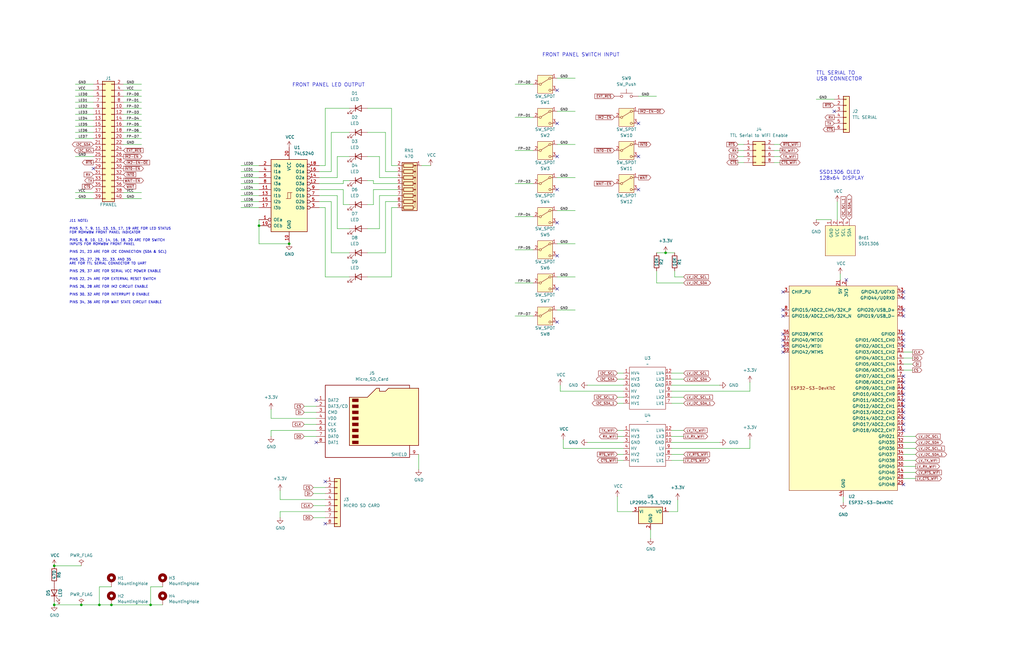
<source format=kicad_sch>
(kicad_sch (version 20231120) (generator "eeschema") (generator_version "8.0")
  (paper "B")
  (title_block (date "2025-03-31") (rev "V1.1"))
  (lib_symbols
    (symbol "74xx:74LS240" (pin_names (offset 1.016))
      (property "Reference" "U" (at -7.62 16.51 0))
      (property "Value" "74LS240" (at -7.62 -16.51 0))
      (symbol "74LS240_1_0"
        (pin input inverted (at -12.7 -10.16 0) (length 5.08) (name "OEa") (number "1"))
        (pin power_in line (at 0 -20.32 90) (length 5.08) (name "GND") (number "10"))
        (pin input line (at -12.7 2.54 0) (length 5.08) (name "I0b") (number "11"))
        (pin tri_state inverted (at 12.7 5.08 180) (length 5.08) (name "O3a") (number "12"))
        (pin input line (at -12.7 0 0) (length 5.08) (name "I1b") (number "13"))
        (pin tri_state inverted (at 12.7 7.62 180) (length 5.08) (name "O2a") (number "14"))
        (pin input line (at -12.7 -2.54 0) (length 5.08) (name "I2b") (number "15"))
        (pin tri_state inverted (at 12.7 10.16 180) (length 5.08) (name "O1a") (number "16"))
        (pin input line (at -12.7 -5.08 0) (length 5.08) (name "I3b") (number "17"))
        (pin tri_state inverted (at 12.7 12.7 180) (length 5.08) (name "O0a") (number "18"))
        (pin input inverted (at -12.7 -12.7 0) (length 5.08) (name "OEb") (number "19"))
        (pin input line (at -12.7 12.7 0) (length 5.08) (name "I0a") (number "2"))
        (pin power_in line (at 0 20.32 270) (length 5.08) (name "VCC") (number "20"))
        (pin tri_state inverted (at 12.7 -5.08 180) (length 5.08) (name "O3b") (number "3"))
        (pin input line (at -12.7 10.16 0) (length 5.08) (name "I1a") (number "4"))
        (pin tri_state inverted (at 12.7 -2.54 180) (length 5.08) (name "O2b") (number "5"))
        (pin input line (at -12.7 7.62 0) (length 5.08) (name "I2a") (number "6"))
        (pin tri_state inverted (at 12.7 0 180) (length 5.08) (name "O1b") (number "7"))
        (pin input line (at -12.7 5.08 0) (length 5.08) (name "I3a") (number "8"))
        (pin tri_state inverted (at 12.7 2.54 180) (length 5.08) (name "O0b") (number "9"))
      )
    )
    (symbol "Connector:Micro_SD_Card" (pin_names (offset 1.016))
      (property "Reference" "J" (at -16.51 15.24 0))
      (property "Value" "Micro_SD_Card" (at 16.51 15.24 0))
      (symbol "Micro_SD_Card_1_1"
        (pin bidirectional line (at -22.86 7.62 0) (length 3.81) (name "DAT2") (number "1"))
        (pin bidirectional line (at -22.86 5.08 0) (length 3.81) (name "DAT3/CD") (number "2"))
        (pin input line (at -22.86 2.54 0) (length 3.81) (name "CMD") (number "3"))
        (pin power_in line (at -22.86 0 0) (length 3.81) (name "VDD") (number "4"))
        (pin input line (at -22.86 -2.54 0) (length 3.81) (name "CLK") (number "5"))
        (pin power_in line (at -22.86 -5.08 0) (length 3.81) (name "VSS") (number "6"))
        (pin bidirectional line (at -22.86 -7.62 0) (length 3.81) (name "DAT0") (number "7"))
        (pin bidirectional line (at -22.86 -10.16 0) (length 3.81) (name "DAT1") (number "8"))
        (pin passive line (at 20.32 -15.24 180) (length 3.81) (name "SHIELD") (number "9"))
      )
    )
    (symbol "Connector_Generic:Conn_01x06" (pin_names (offset 1.016) hide)
      (property "Reference" "J" (at 0 7.62 0))
      (property "Value" "Conn_01x06" (at 0 -10.16 0))
      (symbol "Conn_01x06_1_1"
        (pin passive line (at -5.08 5.08 0) (length 3.81) (name "Pin_1") (number "1"))
        (pin passive line (at -5.08 2.54 0) (length 3.81) (name "Pin_2") (number "2"))
        (pin passive line (at -5.08 0 0) (length 3.81) (name "Pin_3") (number "3"))
        (pin passive line (at -5.08 -2.54 0) (length 3.81) (name "Pin_4") (number "4"))
        (pin passive line (at -5.08 -5.08 0) (length 3.81) (name "Pin_5") (number "5"))
        (pin passive line (at -5.08 -7.62 0) (length 3.81) (name "Pin_6") (number "6"))
      )
    )
    (symbol "Connector_Generic:Conn_01x08" (pin_names (offset 1.016) hide)
      (property "Reference" "J" (at 0 10.16 0))
      (property "Value" "Conn_01x08" (at 0 -12.7 0))
      (symbol "Conn_01x08_1_1"
        (pin passive line (at -5.08 7.62 0) (length 3.81) (name "Pin_1") (number "1"))
        (pin passive line (at -5.08 5.08 0) (length 3.81) (name "Pin_2") (number "2"))
        (pin passive line (at -5.08 2.54 0) (length 3.81) (name "Pin_3") (number "3"))
        (pin passive line (at -5.08 0 0) (length 3.81) (name "Pin_4") (number "4"))
        (pin passive line (at -5.08 -2.54 0) (length 3.81) (name "Pin_5") (number "5"))
        (pin passive line (at -5.08 -5.08 0) (length 3.81) (name "Pin_6") (number "6"))
        (pin passive line (at -5.08 -7.62 0) (length 3.81) (name "Pin_7") (number "7"))
        (pin passive line (at -5.08 -10.16 0) (length 3.81) (name "Pin_8") (number "8"))
      )
    )
    (symbol "Connector_Generic:Conn_02x04_Odd_Even" (pin_names (offset 1.016) hide)
      (property "Reference" "J" (at 1.27 5.08 0))
      (property "Value" "Conn_02x04_Odd_Even" (at 1.27 -7.62 0))
      (symbol "Conn_02x04_Odd_Even_1_1"
        (pin passive line (at -5.08 2.54 0) (length 3.81) (name "Pin_1") (number "1"))
        (pin passive line (at 7.62 2.54 180) (length 3.81) (name "Pin_2") (number "2"))
        (pin passive line (at -5.08 0 0) (length 3.81) (name "Pin_3") (number "3"))
        (pin passive line (at 7.62 0 180) (length 3.81) (name "Pin_4") (number "4"))
        (pin passive line (at -5.08 -2.54 0) (length 3.81) (name "Pin_5") (number "5"))
        (pin passive line (at 7.62 -2.54 180) (length 3.81) (name "Pin_6") (number "6"))
        (pin passive line (at -5.08 -5.08 0) (length 3.81) (name "Pin_7") (number "7"))
        (pin passive line (at 7.62 -5.08 180) (length 3.81) (name "Pin_8") (number "8"))
      )
    )
    (symbol "Connector_Generic:Conn_02x20_Odd_Even" (pin_names (offset 1.016) hide)
      (property "Reference" "J" (at 1.27 25.4 0))
      (property "Value" "Conn_02x20_Odd_Even" (at 1.27 -27.94 0))
      (symbol "Conn_02x20_Odd_Even_1_1"
        (pin passive line (at -5.08 22.86 0) (length 3.81) (name "Pin_1") (number "1"))
        (pin passive line (at 7.62 12.7 180) (length 3.81) (name "Pin_10") (number "10"))
        (pin passive line (at -5.08 10.16 0) (length 3.81) (name "Pin_11") (number "11"))
        (pin passive line (at 7.62 10.16 180) (length 3.81) (name "Pin_12") (number "12"))
        (pin passive line (at -5.08 7.62 0) (length 3.81) (name "Pin_13") (number "13"))
        (pin passive line (at 7.62 7.62 180) (length 3.81) (name "Pin_14") (number "14"))
        (pin passive line (at -5.08 5.08 0) (length 3.81) (name "Pin_15") (number "15"))
        (pin passive line (at 7.62 5.08 180) (length 3.81) (name "Pin_16") (number "16"))
        (pin passive line (at -5.08 2.54 0) (length 3.81) (name "Pin_17") (number "17"))
        (pin passive line (at 7.62 2.54 180) (length 3.81) (name "Pin_18") (number "18"))
        (pin passive line (at -5.08 0 0) (length 3.81) (name "Pin_19") (number "19"))
        (pin passive line (at 7.62 22.86 180) (length 3.81) (name "Pin_2") (number "2"))
        (pin passive line (at 7.62 0 180) (length 3.81) (name "Pin_20") (number "20"))
        (pin passive line (at -5.08 -2.54 0) (length 3.81) (name "Pin_21") (number "21"))
        (pin passive line (at 7.62 -2.54 180) (length 3.81) (name "Pin_22") (number "22"))
        (pin passive line (at -5.08 -5.08 0) (length 3.81) (name "Pin_23") (number "23"))
        (pin passive line (at 7.62 -5.08 180) (length 3.81) (name "Pin_24") (number "24"))
        (pin passive line (at -5.08 -7.62 0) (length 3.81) (name "Pin_25") (number "25"))
        (pin passive line (at 7.62 -7.62 180) (length 3.81) (name "Pin_26") (number "26"))
        (pin passive line (at -5.08 -10.16 0) (length 3.81) (name "Pin_27") (number "27"))
        (pin passive line (at 7.62 -10.16 180) (length 3.81) (name "Pin_28") (number "28"))
        (pin passive line (at -5.08 -12.7 0) (length 3.81) (name "Pin_29") (number "29"))
        (pin passive line (at -5.08 20.32 0) (length 3.81) (name "Pin_3") (number "3"))
        (pin passive line (at 7.62 -12.7 180) (length 3.81) (name "Pin_30") (number "30"))
        (pin passive line (at -5.08 -15.24 0) (length 3.81) (name "Pin_31") (number "31"))
        (pin passive line (at 7.62 -15.24 180) (length 3.81) (name "Pin_32") (number "32"))
        (pin passive line (at -5.08 -17.78 0) (length 3.81) (name "Pin_33") (number "33"))
        (pin passive line (at 7.62 -17.78 180) (length 3.81) (name "Pin_34") (number "34"))
        (pin passive line (at -5.08 -20.32 0) (length 3.81) (name "Pin_35") (number "35"))
        (pin passive line (at 7.62 -20.32 180) (length 3.81) (name "Pin_36") (number "36"))
        (pin passive line (at -5.08 -22.86 0) (length 3.81) (name "Pin_37") (number "37"))
        (pin passive line (at 7.62 -22.86 180) (length 3.81) (name "Pin_38") (number "38"))
        (pin passive line (at -5.08 -25.4 0) (length 3.81) (name "Pin_39") (number "39"))
        (pin passive line (at 7.62 20.32 180) (length 3.81) (name "Pin_4") (number "4"))
        (pin passive line (at 7.62 -25.4 180) (length 3.81) (name "Pin_40") (number "40"))
        (pin passive line (at -5.08 17.78 0) (length 3.81) (name "Pin_5") (number "5"))
        (pin passive line (at 7.62 17.78 180) (length 3.81) (name "Pin_6") (number "6"))
        (pin passive line (at -5.08 15.24 0) (length 3.81) (name "Pin_7") (number "7"))
        (pin passive line (at 7.62 15.24 180) (length 3.81) (name "Pin_8") (number "8"))
        (pin passive line (at -5.08 12.7 0) (length 3.81) (name "Pin_9") (number "9"))
      )
    )
    (symbol "Custom:HV-LV"
      (property "Reference" "U" (at 0 0 0))
      (symbol "HV-LV_1_1"
        (pin bidirectional line (at -10.16 0 0) (length 2.54) (name "HV4") (number "1"))
        (pin power_in line (at 10.16 -5.08 180) (length 2.54) (name "GND") (number "10"))
        (pin bidirectional line (at 10.16 -2.54 180) (length 2.54) (name "LV3") (number "11"))
        (pin bidirectional line (at 10.16 0 180) (length 2.54) (name "LV4") (number "12"))
        (pin bidirectional line (at -10.16 -2.54 0) (length 2.54) (name "HV3") (number "2"))
        (pin power_in line (at -10.16 -5.08 0) (length 2.54) (name "GND") (number "3"))
        (pin power_in line (at -10.16 -7.62 0) (length 2.54) (name "HV") (number "4"))
        (pin bidirectional line (at -10.16 -10.16 0) (length 2.54) (name "HV2") (number "5"))
        (pin bidirectional line (at -10.16 -12.7 0) (length 2.54) (name "HV1") (number "6"))
        (pin bidirectional line (at 10.16 -12.7 180) (length 2.54) (name "LV1") (number "7"))
        (pin bidirectional line (at 10.16 -10.16 180) (length 2.54) (name "LV2") (number "8"))
        (pin power_in line (at 10.16 -7.62 180) (length 2.54) (name "LV") (number "9"))
      )
    )
    (symbol "Device:LED" (pin_numbers hide) (pin_names (offset 1.016) hide)
      (property "Reference" "D" (at 0 2.54 0))
      (property "Value" "LED" (at 0 -2.54 0))
      (symbol "LED_1_1"
        (pin passive line (at -3.81 0 0) (length 2.54) (name "K") (number "1"))
        (pin passive line (at 3.81 0 180) (length 2.54) (name "A") (number "2"))
      )
    )
    (symbol "Device:R" (pin_numbers hide) (pin_names (offset 0))
      (property "Reference" "R" (at 2.032 0 90))
      (property "Value" "R" (at 0 0 90))
      (symbol "R_1_1"
        (pin passive line (at 0 3.81 270) (length 1.27) (name "~") (number "1"))
        (pin passive line (at 0 -3.81 90) (length 1.27) (name "~") (number "2"))
      )
    )
    (symbol "Device:R_Network08" (pin_names (offset 0) hide)
      (property "Reference" "RN" (at -12.7 0 90))
      (property "Value" "R_Network08" (at 10.16 0 90))
      (symbol "R_Network08_1_1"
        (pin passive line (at -10.16 5.08 270) (length 2.54) (name "common") (number "1"))
        (pin passive line (at -10.16 -5.08 90) (length 1.27) (name "R1") (number "2"))
        (pin passive line (at -7.62 -5.08 90) (length 1.27) (name "R2") (number "3"))
        (pin passive line (at -5.08 -5.08 90) (length 1.27) (name "R3") (number "4"))
        (pin passive line (at -2.54 -5.08 90) (length 1.27) (name "R4") (number "5"))
        (pin passive line (at 0 -5.08 90) (length 1.27) (name "R5") (number "6"))
        (pin passive line (at 2.54 -5.08 90) (length 1.27) (name "R6") (number "7"))
        (pin passive line (at 5.08 -5.08 90) (length 1.27) (name "R7") (number "8"))
        (pin passive line (at 7.62 -5.08 90) (length 1.27) (name "R8") (number "9"))
      )
    )
    (symbol "ExpressIf:ESP32-S3-DevKitC" (pin_names (offset 1.016))
      (property "Reference" "U" (at -22.86 48.26 0))
      (property "Value" "ESP32-S3-DevKitC" (at -22.86 45.72 0))
      (symbol "ESP32-S3-DevKitC_0_0"
        (text "ESP32-S3-DevKitC" (at -12.7 0 0) (effects (font (size 1.27 1.27))))
        (pin bidirectional line (at 25.4 -35.56 180) (length 2.54) (name "GPIO46") (number "14"))
        (pin bidirectional line (at 25.4 -10.16 180) (length 2.54) (name "GPIO13/ADC2_CH2") (number "19"))
        (pin bidirectional line (at -25.4 15.24 0) (length 2.54) (name "GPIO42/MTMS") (number "39"))
        (pin bidirectional line (at 25.4 17.78 180) (length 2.54) (name "GPIO2/ADC1_CH1") (number "40"))
        (pin bidirectional line (at 25.4 20.32 180) (length 2.54) (name "GPIO1/ADC1_CH0") (number "41"))
        (pin bidirectional line (at 25.4 38.1 180) (length 2.54) (name "GPIO44/U0RXD") (number "42"))
        (pin bidirectional line (at 25.4 40.64 180) (length 2.54) (name "GPIO43/U0TXD") (number "43"))
        (pin power_in line (at 0 -45.72 90) (length 2.54) (name "GND") (number "44"))
      )
      (symbol "ESP32-S3-DevKitC_0_1"
        (pin power_in line (at 1.27 45.72 270) (length 2.54) (name "3V3") (number "2"))
      )
      (symbol "ESP32-S3-DevKitC_1_1"
        (pin passive line (at 1.27 45.72 270) (length 2.54) hide (name "3V3") (number "1"))
        (pin bidirectional line (at 25.4 -15.24 180) (length 2.54) (name "GPIO17/ADC2_CH6") (number "10"))
        (pin bidirectional line (at 25.4 -17.78 180) (length 2.54) (name "GPIO18/ADC2_CH7") (number "11"))
        (pin bidirectional line (at 25.4 2.54 180) (length 2.54) (name "GPIO8/ADC1_CH7") (number "12"))
        (pin bidirectional line (at 25.4 15.24 180) (length 2.54) (name "GPIO3/ADC1_CH2") (number "13"))
        (pin bidirectional line (at 25.4 0 180) (length 2.54) (name "GPIO9/ADC1_CH8") (number "15"))
        (pin bidirectional line (at 25.4 -2.54 180) (length 2.54) (name "GPIO10/ADC1_CH9") (number "16"))
        (pin bidirectional line (at 25.4 -5.08 180) (length 2.54) (name "GPIO11/ADC2_CH0") (number "17"))
        (pin bidirectional line (at 25.4 -7.62 180) (length 2.54) (name "GPIO12/ADC2_CH1") (number "18"))
        (pin bidirectional line (at 25.4 -12.7 180) (length 2.54) (name "GPIO14/ADC2_CH3") (number "20"))
        (pin power_in line (at -1.27 45.72 270) (length 2.54) (name "5V") (number "21"))
        (pin passive line (at 0 -45.72 90) (length 2.54) hide (name "GND") (number "22"))
        (pin passive line (at 0 -45.72 90) (length 2.54) hide (name "GND") (number "23"))
        (pin passive line (at 0 -45.72 90) (length 2.54) hide (name "GND") (number "24"))
        (pin bidirectional line (at 25.4 30.48 180) (length 2.54) (name "GPIO19/USB_D-") (number "25"))
        (pin bidirectional line (at 25.4 33.02 180) (length 2.54) (name "GPIO20/USB_D+") (number "26"))
        (pin bidirectional line (at 25.4 -20.32 180) (length 2.54) (name "GPIO21") (number "27"))
        (pin bidirectional line (at 25.4 -38.1 180) (length 2.54) (name "GPIO47") (number "28"))
        (pin bidirectional line (at 25.4 -40.64 180) (length 2.54) (name "GPIO48") (number "29"))
        (pin input line (at -25.4 40.64 0) (length 2.54) (name "CHIP_PU") (number "3"))
        (pin bidirectional line (at 25.4 -33.02 180) (length 2.54) (name "GPIO45") (number "30"))
        (pin bidirectional line (at 25.4 22.86 180) (length 2.54) (name "GPIO0") (number "31"))
        (pin bidirectional line (at 25.4 -22.86 180) (length 2.54) (name "GPIO35") (number "32"))
        (pin bidirectional line (at 25.4 -25.4 180) (length 2.54) (name "GPIO36") (number "33"))
        (pin bidirectional line (at 25.4 -27.94 180) (length 2.54) (name "GPIO37") (number "34"))
        (pin bidirectional line (at 25.4 -30.48 180) (length 2.54) (name "GPIO38") (number "35"))
        (pin bidirectional line (at -25.4 22.86 0) (length 2.54) (name "GPIO39/MTCK") (number "36"))
        (pin bidirectional line (at -25.4 20.32 0) (length 2.54) (name "GPIO40/MTDO") (number "37"))
        (pin bidirectional line (at -25.4 17.78 0) (length 2.54) (name "GPIO41/MTDI") (number "38"))
        (pin bidirectional line (at 25.4 12.7 180) (length 2.54) (name "GPIO4/ADC1_CH3") (number "4"))
        (pin bidirectional line (at 25.4 10.16 180) (length 2.54) (name "GPIO5/ADC1_CH4") (number "5"))
        (pin bidirectional line (at 25.4 7.62 180) (length 2.54) (name "GPIO6/ADC1_CH5") (number "6"))
        (pin bidirectional line (at 25.4 5.08 180) (length 2.54) (name "GPIO7/ADC1_CH6") (number "7"))
        (pin bidirectional line (at -25.4 33.02 0) (length 2.54) (name "GPIO15/ADC2_CH4/32K_P") (number "8"))
        (pin bidirectional line (at -25.4 30.48 0) (length 2.54) (name "GPIO16/ADC2_CH5/32K_N") (number "9"))
      )
    )
    (symbol "Mechanical:MountingHole_Pad" (pin_numbers hide) (pin_names (offset 1.016) hide)
      (property "Reference" "H" (at 0 6.35 0))
      (property "Value" "MountingHole_Pad" (at 0 4.445 0))
      (symbol "MountingHole_Pad_1_1"
        (pin input line (at 0 -2.54 90) (length 2.54) (name "1") (number "1"))
      )
    )
    (symbol "Regulator_Linear:LP2950-3.3_TO92" (pin_names (offset 0.254))
      (property "Reference" "U" (at -3.81 3.175 0))
      (property "Value" "LP2950-3.3_TO92" (at 0 3.175 0))
      (symbol "LP2950-3.3_TO92_1_1"
        (pin power_out line (at 7.62 0 180) (length 2.54) (name "VO") (number "1"))
        (pin power_in line (at 0 -7.62 90) (length 2.54) (name "GND") (number "2"))
        (pin power_in line (at -7.62 0 0) (length 2.54) (name "VI") (number "3"))
      )
    )
    (symbol "SSD1306-128x64_OLED:SSD1306" (pin_names (offset 1.016))
      (property "Reference" "Brd" (at 0 -3.81 0))
      (property "Value" "SSD1306" (at 0 -1.27 0))
      (symbol "SSD1306_1_1"
        (pin input line (at -3.81 8.89 270) (length 2.54) (name "GND") (number "1"))
        (pin input line (at -1.27 8.89 270) (length 2.54) (name "VCC") (number "2"))
        (pin input line (at 1.27 8.89 270) (length 2.54) (name "SCL") (number "3"))
        (pin input line (at 3.81 8.89 270) (length 2.54) (name "SDA") (number "4"))
      )
    )
    (symbol "Switch:SW_Push" (pin_numbers hide) (pin_names (offset 1.016) hide)
      (property "Reference" "SW" (at 1.27 2.54 0))
      (property "Value" "SW_Push" (at 0 -1.524 0))
      (symbol "SW_Push_0_1"
        (pin passive line (at -5.08 0 0) (length 2.54) (name "1") (number "1"))
        (pin passive line (at 5.08 0 180) (length 2.54) (name "2") (number "2"))
      )
    )
    (symbol "Switch:SW_SPDT" (pin_names (offset 0) hide)
      (property "Reference" "SW" (at 0 5.08 0))
      (property "Value" "SW_SPDT" (at 0 -5.08 0))
      (symbol "SW_SPDT_1_1"
        (pin passive line (at 5.08 2.54 180) (length 2.54) (name "A") (number "1"))
        (pin passive line (at -5.08 0 0) (length 2.54) (name "B") (number "2"))
        (pin passive line (at 5.08 -2.54 180) (length 2.54) (name "C") (number "3"))
      )
    )
    (symbol "power:+3.3V" (power) (pin_numbers hide) (pin_names (offset 0) hide)
      (property "Value" "+3.3V" (at 0 3.556 0))
      (symbol "+3.3V_1_1"
        (pin power_in line (at 0 0 90) (length 0) (name "~") (number "1"))
      )
    )
    (symbol "power:GND" (power) (pin_numbers hide) (pin_names (offset 0) hide)
      (property "Value" "GND" (at 0 -3.81 0))
      (symbol "GND_1_1"
        (pin power_in line (at 0 0 270) (length 0) (name "~") (number "1"))
      )
    )
    (symbol "power:PWR_FLAG" (power) (pin_numbers hide) (pin_names (offset 0) hide)
      (property "Value" "PWR_FLAG" (at 0 3.81 0))
      (symbol "PWR_FLAG_0_0"
        (pin power_out line (at 0 0 90) (length 0) (name "~") (number "1"))
      )
    )
    (symbol "power:VCC" (power) (pin_numbers hide) (pin_names (offset 0) hide)
      (property "Value" "VCC" (at 0 3.556 0))
      (symbol "VCC_1_1"
        (pin power_in line (at 0 0 90) (length 0) (name "~") (number "1"))
      )
    )
  )
  (junction (at 109.22 95.25))
  (junction (at 22.86 238.76))
  (junction (at 63.5 255.27))
  (junction (at 121.92 102.87))
  (junction (at 46.99 255.27))
  (junction (at 22.86 255.27))
  (junction (at 34.29 255.27))
  (junction (at 41.91 255.27))
  (junction (at 280.67 106.68))
  (no_connect (at 330.2 123.19))
  (no_connect (at 381 158.75))
  (no_connect (at 133.35 168.91))
  (no_connect (at 381 161.29))
  (no_connect (at 269.24 66.04))
  (no_connect (at 234.95 38.1))
  (no_connect (at 351.79 46.99))
  (no_connect (at 381 163.83))
  (no_connect (at 330.2 146.05))
  (no_connect (at 381 168.91))
  (no_connect (at 330.2 140.97))
  (no_connect (at 330.2 148.59))
  (no_connect (at 234.95 52.07))
  (no_connect (at 381 123.19))
  (no_connect (at 269.24 52.07))
  (no_connect (at 234.95 135.89))
  (no_connect (at 356.87 118.11))
  (no_connect (at 330.2 133.35))
  (no_connect (at 381 130.81))
  (no_connect (at 39.37 71.12))
  (no_connect (at 381 146.05))
  (no_connect (at 269.24 80.01))
  (no_connect (at 381 171.45))
  (no_connect (at 381 204.47))
  (no_connect (at 234.95 80.01))
  (no_connect (at 137.16 220.98))
  (no_connect (at 234.95 66.04))
  (no_connect (at 381 179.07))
  (no_connect (at 133.35 186.69))
  (no_connect (at 381 176.53))
  (no_connect (at 234.95 93.98))
  (no_connect (at 234.95 121.92))
  (no_connect (at 381 133.35))
  (no_connect (at 234.95 107.95))
  (no_connect (at 330.2 143.51))
  (no_connect (at 381 181.61))
  (no_connect (at 381 143.51))
  (no_connect (at 381 173.99))
  (no_connect (at 137.16 203.2))
  (no_connect (at 381 140.97))
  (no_connect (at 330.2 130.81))
  (no_connect (at 381 125.73))
  (no_connect (at 381 166.37))
  (wire (pts (xy 31.75 55.88) (xy 39.37 55.88)))
  (wire (pts (xy 217.17 105.41) (xy 224.79 105.41)))
  (wire (pts (xy 266.7 215.9) (xy 260.35 215.9)))
  (wire (pts (xy 157.48 76.2) (xy 157.48 77.47)))
  (wire (pts (xy 31.75 35.56) (xy 39.37 35.56)))
  (wire (pts (xy 134.62 74.93) (xy 142.24 74.93)))
  (wire (pts (xy 165.1 87.63) (xy 165.1 116.84)))
  (wire (pts (xy 139.7 106.68) (xy 147.32 106.68)))
  (wire (pts (xy 31.75 81.28) (xy 39.37 81.28)))
  (wire (pts (xy 137.16 45.72) (xy 147.32 45.72)))
  (wire (pts (xy 344.17 41.91) (xy 351.79 41.91)))
  (wire (pts (xy 101.6 69.85) (xy 109.22 69.85)))
  (wire (pts (xy 31.75 53.34) (xy 39.37 53.34)))
  (wire (pts (xy 63.5 247.65) (xy 63.5 255.27)))
  (wire (pts (xy 353.06 85.09) (xy 353.06 92.71)))
  (wire (pts (xy 52.07 58.42) (xy 59.69 58.42)))
  (wire (pts (xy 283.21 162.56) (xy 303.53 162.56)))
  (wire (pts (xy 144.78 77.47) (xy 144.78 76.2)))
  (wire (pts (xy 52.07 48.26) (xy 59.69 48.26)))
  (wire (pts (xy 128.27 171.45) (xy 133.35 171.45)))
  (wire (pts (xy 260.35 160.02) (xy 262.89 160.02)))
  (wire (pts (xy 283.21 181.61) (xy 288.29 181.61)))
  (wire (pts (xy 316.23 185.42) (xy 316.23 189.23)))
  (wire (pts (xy 31.75 66.04) (xy 39.37 66.04)))
  (wire (pts (xy 154.94 55.88) (xy 162.56 55.88)))
  (wire (pts (xy 157.48 77.47) (xy 167.64 77.47)))
  (wire (pts (xy 147.32 116.84) (xy 137.16 116.84)))
  (wire (pts (xy 109.22 92.71) (xy 109.22 95.25)))
  (wire (pts (xy 132.08 205.74) (xy 137.16 205.74)))
  (wire (pts (xy 52.07 50.8) (xy 59.69 50.8)))
  (wire (pts (xy 52.07 81.28) (xy 59.69 81.28)))
  (wire (pts (xy 247.65 162.56) (xy 262.89 162.56)))
  (wire (pts (xy 133.35 181.61) (xy 114.3 181.61)))
  (wire (pts (xy 114.3 181.61) (xy 114.3 184.15)))
  (wire (pts (xy 101.6 85.09) (xy 109.22 85.09)))
  (wire (pts (xy 162.56 85.09) (xy 162.56 106.68)))
  (wire (pts (xy 154.94 96.52) (xy 160.02 96.52)))
  (wire (pts (xy 160.02 96.52) (xy 160.02 82.55)))
  (wire (pts (xy 133.35 176.53) (xy 114.3 176.53)))
  (wire (pts (xy 52.07 35.56) (xy 59.69 35.56)))
  (wire (pts (xy 234.95 116.84) (xy 242.57 116.84)))
  (wire (pts (xy 217.17 91.44) (xy 224.79 91.44)))
  (wire (pts (xy 260.35 209.55) (xy 260.35 215.9)))
  (wire (pts (xy 260.35 170.18) (xy 262.89 170.18)))
  (wire (pts (xy 283.21 170.18) (xy 288.29 170.18)))
  (wire (pts (xy 283.21 189.23) (xy 316.23 189.23)))
  (wire (pts (xy 52.07 40.64) (xy 59.69 40.64)))
  (wire (pts (xy 101.6 72.39) (xy 109.22 72.39)))
  (wire (pts (xy 31.75 45.72) (xy 39.37 45.72)))
  (wire (pts (xy 137.16 87.63) (xy 134.62 87.63)))
  (wire (pts (xy 142.24 82.55) (xy 134.62 82.55)))
  (wire (pts (xy 283.21 186.69) (xy 303.53 186.69)))
  (wire (pts (xy 162.56 72.39) (xy 167.64 72.39)))
  (wire (pts (xy 144.78 86.36) (xy 147.32 86.36)))
  (wire (pts (xy 236.22 162.56) (xy 236.22 165.1)))
  (wire (pts (xy 247.65 186.69) (xy 262.89 186.69)))
  (wire (pts (xy 217.17 63.5) (xy 224.79 63.5)))
  (wire (pts (xy 46.99 255.27) (xy 41.91 255.27)))
  (wire (pts (xy 167.64 87.63) (xy 165.1 87.63)))
  (wire (pts (xy 381 151.13) (xy 384.81 151.13)))
  (wire (pts (xy 142.24 66.04) (xy 147.32 66.04)))
  (wire (pts (xy 381 199.39) (xy 386.08 199.39)))
  (wire (pts (xy 154.94 76.2) (xy 157.48 76.2)))
  (wire (pts (xy 284.48 116.84) (xy 288.29 116.84)))
  (wire (pts (xy 162.56 55.88) (xy 162.56 72.39)))
  (wire (pts (xy 134.62 69.85) (xy 137.16 69.85)))
  (wire (pts (xy 101.6 82.55) (xy 109.22 82.55)))
  (wire (pts (xy 165.1 69.85) (xy 167.64 69.85)))
  (wire (pts (xy 114.3 172.72) (xy 114.3 176.53)))
  (wire (pts (xy 68.58 255.27) (xy 63.5 255.27)))
  (wire (pts (xy 31.75 50.8) (xy 39.37 50.8)))
  (wire (pts (xy 52.07 43.18) (xy 59.69 43.18)))
  (wire (pts (xy 260.35 157.48) (xy 262.89 157.48)))
  (wire (pts (xy 41.91 255.27) (xy 34.29 255.27)))
  (wire (pts (xy 381 201.93) (xy 386.08 201.93)))
  (wire (pts (xy 46.99 247.65) (xy 41.91 247.65)))
  (wire (pts (xy 128.27 173.99) (xy 133.35 173.99)))
  (wire (pts (xy 234.95 88.9) (xy 242.57 88.9)))
  (wire (pts (xy 128.27 179.07) (xy 133.35 179.07)))
  (wire (pts (xy 31.75 43.18) (xy 39.37 43.18)))
  (wire (pts (xy 354.33 115.57) (xy 354.33 118.11)))
  (wire (pts (xy 344.17 92.71) (xy 350.52 92.71)))
  (wire (pts (xy 139.7 72.39) (xy 139.7 55.88)))
  (wire (pts (xy 269.24 40.64) (xy 276.86 40.64)))
  (wire (pts (xy 132.08 213.36) (xy 137.16 213.36)))
  (wire (pts (xy 260.35 167.64) (xy 262.89 167.64)))
  (wire (pts (xy 381 148.59) (xy 384.81 148.59)))
  (wire (pts (xy 381 153.67) (xy 384.81 153.67)))
  (wire (pts (xy 139.7 55.88) (xy 147.32 55.88)))
  (wire (pts (xy 137.16 215.9) (xy 118.11 215.9)))
  (wire (pts (xy 381 189.23) (xy 386.08 189.23)))
  (wire (pts (xy 260.35 191.77) (xy 262.89 191.77)))
  (wire (pts (xy 137.16 210.82) (xy 118.11 210.82)))
  (wire (pts (xy 101.6 74.93) (xy 109.22 74.93)))
  (wire (pts (xy 311.15 68.58) (xy 313.69 68.58)))
  (wire (pts (xy 142.24 74.93) (xy 142.24 66.04)))
  (wire (pts (xy 326.39 63.5) (xy 328.93 63.5)))
  (wire (pts (xy 101.6 87.63) (xy 109.22 87.63)))
  (wire (pts (xy 144.78 80.01) (xy 144.78 86.36)))
  (wire (pts (xy 234.95 74.93) (xy 242.57 74.93)))
  (wire (pts (xy 326.39 60.96) (xy 328.93 60.96)))
  (wire (pts (xy 283.21 191.77) (xy 288.29 191.77)))
  (wire (pts (xy 234.95 33.02) (xy 242.57 33.02)))
  (wire (pts (xy 157.48 86.36) (xy 154.94 86.36)))
  (wire (pts (xy 147.32 96.52) (xy 142.24 96.52)))
  (wire (pts (xy 165.1 116.84) (xy 154.94 116.84)))
  (wire (pts (xy 355.6 209.55) (xy 355.6 212.09)))
  (wire (pts (xy 134.62 80.01) (xy 144.78 80.01)))
  (wire (pts (xy 134.62 72.39) (xy 139.7 72.39)))
  (wire (pts (xy 276.86 114.3) (xy 276.86 119.38)))
  (wire (pts (xy 217.17 49.53) (xy 224.79 49.53)))
  (wire (pts (xy 283.21 167.64) (xy 288.29 167.64)))
  (wire (pts (xy 326.39 68.58) (xy 328.93 68.58)))
  (wire (pts (xy 22.86 254) (xy 22.86 255.27)))
  (wire (pts (xy 234.95 130.81) (xy 242.57 130.81)))
  (wire (pts (xy 160.02 66.04) (xy 154.94 66.04)))
  (wire (pts (xy 316.23 161.29) (xy 316.23 165.1)))
  (wire (pts (xy 31.75 83.82) (xy 39.37 83.82)))
  (wire (pts (xy 109.22 95.25) (xy 109.22 102.87)))
  (wire (pts (xy 274.32 223.52) (xy 274.32 227.33)))
  (wire (pts (xy 162.56 106.68) (xy 154.94 106.68)))
  (wire (pts (xy 31.75 58.42) (xy 39.37 58.42)))
  (wire (pts (xy 217.17 133.35) (xy 224.79 133.35)))
  (wire (pts (xy 160.02 74.93) (xy 160.02 66.04)))
  (wire (pts (xy 234.95 102.87) (xy 242.57 102.87)))
  (wire (pts (xy 31.75 40.64) (xy 39.37 40.64)))
  (wire (pts (xy 132.08 208.28) (xy 137.16 208.28)))
  (wire (pts (xy 311.15 60.96) (xy 313.69 60.96)))
  (wire (pts (xy 118.11 215.9) (xy 118.11 218.44)))
  (wire (pts (xy 167.64 74.93) (xy 160.02 74.93)))
  (wire (pts (xy 311.15 66.04) (xy 313.69 66.04)))
  (wire (pts (xy 237.49 185.42) (xy 237.49 189.23)))
  (wire (pts (xy 217.17 77.47) (xy 224.79 77.47)))
  (wire (pts (xy 281.94 215.9) (xy 285.75 215.9)))
  (wire (pts (xy 285.75 210.82) (xy 285.75 215.9)))
  (wire (pts (xy 381 186.69) (xy 386.08 186.69)))
  (wire (pts (xy 381 156.21) (xy 384.81 156.21)))
  (wire (pts (xy 109.22 102.87) (xy 121.92 102.87)))
  (wire (pts (xy 283.21 194.31) (xy 288.29 194.31)))
  (wire (pts (xy 283.21 157.48) (xy 288.29 157.48)))
  (wire (pts (xy 31.75 48.26) (xy 39.37 48.26)))
  (wire (pts (xy 381 191.77) (xy 386.08 191.77)))
  (wire (pts (xy 52.07 83.82) (xy 59.69 83.82)))
  (wire (pts (xy 52.07 60.96) (xy 59.69 60.96)))
  (wire (pts (xy 154.94 45.72) (xy 165.1 45.72)))
  (wire (pts (xy 326.39 66.04) (xy 328.93 66.04)))
  (wire (pts (xy 142.24 96.52) (xy 142.24 82.55)))
  (wire (pts (xy 31.75 38.1) (xy 39.37 38.1)))
  (wire (pts (xy 217.17 119.38) (xy 224.79 119.38)))
  (wire (pts (xy 280.67 106.68) (xy 284.48 106.68)))
  (wire (pts (xy 134.62 77.47) (xy 144.78 77.47)))
  (wire (pts (xy 237.49 189.23) (xy 262.89 189.23)))
  (wire (pts (xy 276.86 106.68) (xy 280.67 106.68)))
  (wire (pts (xy 41.91 247.65) (xy 41.91 255.27)))
  (wire (pts (xy 68.58 247.65) (xy 63.5 247.65)))
  (wire (pts (xy 381 184.15) (xy 386.08 184.15)))
  (wire (pts (xy 167.64 85.09) (xy 162.56 85.09)))
  (wire (pts (xy 144.78 76.2) (xy 147.32 76.2)))
  (wire (pts (xy 101.6 80.01) (xy 109.22 80.01)))
  (wire (pts (xy 101.6 77.47) (xy 109.22 77.47)))
  (wire (pts (xy 52.07 53.34) (xy 59.69 53.34)))
  (wire (pts (xy 132.08 218.44) (xy 137.16 218.44)))
  (wire (pts (xy 311.15 63.5) (xy 313.69 63.5)))
  (wire (pts (xy 177.8 69.85) (xy 181.61 69.85)))
  (wire (pts (xy 381 196.85) (xy 386.08 196.85)))
  (wire (pts (xy 260.35 181.61) (xy 262.89 181.61)))
  (wire (pts (xy 52.07 38.1) (xy 59.69 38.1)))
  (wire (pts (xy 157.48 80.01) (xy 157.48 86.36)))
  (wire (pts (xy 284.48 114.3) (xy 284.48 116.84)))
  (wire (pts (xy 260.35 184.15) (xy 262.89 184.15)))
  (wire (pts (xy 128.27 184.15) (xy 133.35 184.15)))
  (wire (pts (xy 46.99 255.27) (xy 63.5 255.27)))
  (wire (pts (xy 381 194.31) (xy 386.08 194.31)))
  (wire (pts (xy 234.95 60.96) (xy 242.57 60.96)))
  (wire (pts (xy 283.21 160.02) (xy 288.29 160.02)))
  (wire (pts (xy 234.95 46.99) (xy 242.57 46.99)))
  (wire (pts (xy 118.11 207.01) (xy 118.11 210.82)))
  (wire (pts (xy 52.07 45.72) (xy 59.69 45.72)))
  (wire (pts (xy 52.07 55.88) (xy 59.69 55.88)))
  (wire (pts (xy 22.86 238.76) (xy 34.29 238.76)))
  (wire (pts (xy 276.86 119.38) (xy 288.29 119.38)))
  (wire (pts (xy 283.21 165.1) (xy 316.23 165.1)))
  (wire (pts (xy 260.35 194.31) (xy 262.89 194.31)))
  (wire (pts (xy 139.7 85.09) (xy 139.7 106.68)))
  (wire (pts (xy 167.64 80.01) (xy 157.48 80.01)))
  (wire (pts (xy 236.22 165.1) (xy 262.89 165.1)))
  (wire (pts (xy 137.16 116.84) (xy 137.16 87.63)))
  (wire (pts (xy 34.29 255.27) (xy 22.86 255.27)))
  (wire (pts (xy 134.62 85.09) (xy 139.7 85.09)))
  (wire (pts (xy 160.02 82.55) (xy 167.64 82.55)))
  (wire (pts (xy 283.21 184.15) (xy 288.29 184.15)))
  (wire (pts (xy 165.1 45.72) (xy 165.1 69.85)))
  (wire (pts (xy 217.17 35.56) (xy 224.79 35.56)))
  (wire (pts (xy 176.53 191.77) (xy 176.53 198.12)))
  (wire (pts (xy 137.16 69.85) (xy 137.16 45.72)))
  (text "SSD1306 OLED\n128x64 DISPLAY" (at 345.44 76.2 0) (effects (font (size 1.524 1.524)) (justify left bottom)))
  (text "FRONT PANEL LED OUTPUT" (at 123.19 36.83 0) (effects (font (size 1.524 1.524)) (justify left bottom)))
  (text "J11 NOTE: \n\nPINS 5, 7, 9, 11, 13, 15, 17, 19 ARE FOR LED STATUS\nFOR ROMWBW FRONT PANEL INDICATOR\n\nPINS 6, 8, 10, 12, 14, 16, 18, 20 ARE FOR SWITCH\nINPUTS FOR ROMWBW FRONT PANEL\n\nPINS 21, 23 ARE FOR I2C CONNECTION (SDA & SCL)\n\nPINS 25, 27, 29, 31, 33, AND 35\nARE FOR TTL SERIAL CONNECTOR TO UART\n\nPINS 29, 37 ARE FOR SERIAL VCC POWER ENABLE\n\nPINS 22, 24 ARE FOR EXTERNAL RESET SWITCH\n\nPINS 26, 28 ARE FOR IM2 CIRCUIT ENABLE\n\nPINS 30, 32 ARE FOR INTERRUPT 0 ENABLE\n\nPINS 34, 36 ARE FOR WAIT STATE CIRCUIT ENABLE" (at 29.21 128.27 0) (effects (font (size 1.016 1.016)) (justify left bottom)))
  (text "FRONT PANEL SWITCH INPUT" (at 228.6 24.13 0) (effects (font (size 1.524 1.524)) (justify left bottom)))
  (text "TTL SERIAL TO \nUSB CONNECTOR" (at 344.17 34.29 0) (effects (font (size 1.524 1.524)) (justify left bottom)))
  (label "LED4" (at 102.87 80.01 0) (effects (font (size 1.016 1.016))))
  (label "LED6" (at 102.87 85.09 0) (effects (font (size 1.016 1.016))))
  (label "FP-D5" (at 218.44 105.41 0) (effects (font (size 1.016 1.016))))
  (label "LED0" (at 102.87 69.85 0) (effects (font (size 1.016 1.016))))
  (label "GND" (at 236.22 116.84 0) (effects (font (size 1.016 1.016))))
  (label "VCC" (at 53.34 38.1 0) (effects (font (size 1.016 1.016))))
  (label "GND" (at 270.51 40.64 0) (effects (font (size 1.016 1.016))))
  (label "LED1" (at 102.87 72.39 0) (effects (font (size 1.016 1.016))))
  (label "GND" (at 236.22 130.81 0) (effects (font (size 1.016 1.016))))
  (label "GND" (at 236.22 88.9 0) (effects (font (size 1.016 1.016))))
  (label "GND" (at 236.22 60.96 0) (effects (font (size 1.016 1.016))))
  (label "GND" (at 53.34 60.96 0) (effects (font (size 1.016 1.016))))
  (label "FP-D1" (at 53.34 43.18 0) (effects (font (size 1.016 1.016))))
  (label "GND" (at 33.02 35.56 0) (effects (font (size 1.016 1.016))))
  (label "VCC" (at 33.02 81.28 0) (effects (font (size 1.016 1.016))))
  (label "LED5" (at 102.87 82.55 0) (effects (font (size 1.016 1.016))))
  (label "FP-D3" (at 218.44 77.47 0) (effects (font (size 1.016 1.016))))
  (label "FP-D0" (at 218.44 35.56 0) (effects (font (size 1.016 1.016))))
  (label "LED1" (at 33.02 43.18 0) (effects (font (size 1.016 1.016))))
  (label "VCC" (at 33.02 38.1 0) (effects (font (size 1.016 1.016))))
  (label "FP-D4" (at 53.34 50.8 0) (effects (font (size 1.016 1.016))))
  (label "LED3" (at 102.87 77.47 0) (effects (font (size 1.016 1.016))))
  (label "LED2" (at 102.87 74.93 0) (effects (font (size 1.016 1.016))))
  (label "GND" (at 53.34 83.82 0) (effects (font (size 1.016 1.016))))
  (label "GND" (at 33.02 66.04 0) (effects (font (size 1.016 1.016))))
  (label "FP-D0" (at 53.34 40.64 0) (effects (font (size 1.016 1.016))))
  (label "FP-D6" (at 218.44 119.38 0) (effects (font (size 1.016 1.016))))
  (label "FP-D2" (at 53.34 45.72 0) (effects (font (size 1.016 1.016))))
  (label "FP-D5" (at 53.34 53.34 0) (effects (font (size 1.016 1.016))))
  (label "GND" (at 53.34 35.56 0) (effects (font (size 1.016 1.016))))
  (label "LED5" (at 33.02 53.34 0) (effects (font (size 1.016 1.016))))
  (label "FP-D6" (at 53.34 55.88 0) (effects (font (size 1.016 1.016))))
  (label "LED6" (at 33.02 55.88 0) (effects (font (size 1.016 1.016))))
  (label "VCC" (at 53.34 81.28 0) (effects (font (size 1.016 1.016))))
  (label "GND" (at 345.44 41.91 0) (effects (font (size 1.016 1.016))))
  (label "LED4" (at 33.02 50.8 0) (effects (font (size 1.016 1.016))))
  (label "LED0" (at 33.02 40.64 0) (effects (font (size 1.016 1.016))))
  (label "FP-D7" (at 218.44 133.35 0) (effects (font (size 1.016 1.016))))
  (label "LED3" (at 33.02 48.26 0) (effects (font (size 1.016 1.016))))
  (label "FP-D2" (at 218.44 63.5 0) (effects (font (size 1.016 1.016))))
  (label "GND" (at 236.22 102.87 0) (effects (font (size 1.016 1.016))))
  (label "GND" (at 236.22 46.99 0) (effects (font (size 1.016 1.016))))
  (label "GND" (at 236.22 33.02 0) (effects (font (size 1.016 1.016))))
  (label "LED7" (at 33.02 58.42 0) (effects (font (size 1.016 1.016))))
  (label "FP-D1" (at 218.44 49.53 0) (effects (font (size 1.016 1.016))))
  (label "GND" (at 236.22 74.93 0) (effects (font (size 1.016 1.016))))
  (label "LED7" (at 102.87 87.63 0) (effects (font (size 1.016 1.016))))
  (label "FP-D7" (at 53.34 58.42 0) (effects (font (size 1.016 1.016))))
  (label "FP-D3" (at 53.34 48.26 0) (effects (font (size 1.016 1.016))))
  (label "GND" (at 33.02 83.82 0) (effects (font (size 1.016 1.016))))
  (label "LED2" (at 33.02 45.72 0) (effects (font (size 1.016 1.016))))
  (label "FP-D4" (at 218.44 91.44 0) (effects (font (size 1.016 1.016))))
  (global_label "LV_I2C_SCL_1" (shape input) (at 288.29 167.64 0) (effects (font (size 1.016 1.016))) (property "Intersheetrefs" "${INTERSHEET_REFS}" (effects (hide yes))))
  (global_label "LV_I2C_SCL" (shape input) (at 288.29 116.84 0) (effects (font (size 1.016 1.016))) (property "Intersheetrefs" "${INTERSHEET_REFS}" (effects (hide yes))))
  (global_label "LV_I2C_SDA" (shape bidirectional) (at 288.29 160.02 0) (effects (font (size 1.016 1.016))) (property "Intersheetrefs" "${INTERSHEET_REFS}" (effects (hide yes))))
  (global_label "TX_WIFI" (shape input) (at 328.93 66.04 0) (effects (font (size 1.016 1.016))) (property "Intersheetrefs" "${INTERSHEET_REFS}" (effects (hide yes))))
  (global_label "LV_I2C_SCL" (shape input) (at 288.29 157.48 0) (effects (font (size 1.016 1.016))) (property "Intersheetrefs" "${INTERSHEET_REFS}" (effects (hide yes))))
  (global_label "~{LV_CTS_WIFI}" (shape output) (at 288.29 194.31 0) (effects (font (size 1.016 1.016))) (property "Intersheetrefs" "${INTERSHEET_REFS}" (effects (hide yes))))
  (global_label "CS" (shape output) (at 384.81 156.21 0) (effects (font (size 1.016 1.016))) (property "Intersheetrefs" "${INTERSHEET_REFS}" (effects (hide yes))))
  (global_label "I2C_SCL" (shape output) (at 39.37 63.5 180) (effects (font (size 1.016 1.016))) (property "Intersheetrefs" "${INTERSHEET_REFS}" (effects (hide yes))))
  (global_label "~{CTS}" (shape input) (at 39.37 78.74 180) (effects (font (size 1.016 1.016))) (property "Intersheetrefs" "${INTERSHEET_REFS}" (effects (hide yes))))
  (global_label "CS" (shape input) (at 132.08 205.74 180) (effects (font (size 1.016 1.016))) (property "Intersheetrefs" "${INTERSHEET_REFS}" (effects (hide yes))))
  (global_label "TX" (shape input) (at 311.15 66.04 180) (effects (font (size 1.016 1.016))) (property "Intersheetrefs" "${INTERSHEET_REFS}" (effects (hide yes))))
  (global_label "DI" (shape input) (at 132.08 208.28 180) (effects (font (size 1.016 1.016))) (property "Intersheetrefs" "${INTERSHEET_REFS}" (effects (hide yes))))
  (global_label "~{WAIT-EN}" (shape input) (at 259.08 77.47 180) (effects (font (size 1.016 1.016))) (property "Intersheetrefs" "${INTERSHEET_REFS}" (effects (hide yes))))
  (global_label "RX" (shape output) (at 351.79 49.53 180) (effects (font (size 1.016 1.016))) (property "Intersheetrefs" "${INTERSHEET_REFS}" (effects (hide yes))))
  (global_label "CLK" (shape output) (at 384.81 148.59 0) (effects (font (size 1.016 1.016))) (property "Intersheetrefs" "${INTERSHEET_REFS}" (effects (hide yes))))
  (global_label "~{INT0-EN}" (shape output) (at 52.07 71.12 0) (effects (font (size 1.016 1.016))) (property "Intersheetrefs" "${INTERSHEET_REFS}" (effects (hide yes))))
  (global_label "~{IM2-EN-OE}" (shape output) (at 269.24 46.99 0) (effects (font (size 1.016 1.016))) (property "Intersheetrefs" "${INTERSHEET_REFS}" (effects (hide yes))))
  (global_label "TX" (shape input) (at 351.79 52.07 180) (effects (font (size 1.016 1.016))) (property "Intersheetrefs" "${INTERSHEET_REFS}" (effects (hide yes))))
  (global_label "~{RTS}" (shape input) (at 311.15 60.96 180) (effects (font (size 1.016 1.016))) (property "Intersheetrefs" "${INTERSHEET_REFS}" (effects (hide yes))))
  (global_label "RX_WIFI" (shape output) (at 328.93 63.5 0) (effects (font (size 1.016 1.016))) (property "Intersheetrefs" "${INTERSHEET_REFS}" (effects (hide yes))))
  (global_label "~{CTS}" (shape output) (at 311.15 68.58 180) (effects (font (size 1.016 1.016))) (property "Intersheetrefs" "${INTERSHEET_REFS}" (effects (hide yes))))
  (global_label "LV_TX_WIFI" (shape input) (at 386.08 194.31 0) (effects (font (size 1.016 1.016))) (property "Intersheetrefs" "${INTERSHEET_REFS}" (effects (hide yes))))
  (global_label "~{CTS_WIFI}" (shape output) (at 260.35 194.31 180) (effects (font (size 1.016 1.016))) (property "Intersheetrefs" "${INTERSHEET_REFS}" (effects (hide yes))))
  (global_label "LV_I2C_SDA_1" (shape bidirectional) (at 288.29 170.18 0) (effects (font (size 1.016 1.016))) (property "Intersheetrefs" "${INTERSHEET_REFS}" (effects (hide yes))))
  (global_label "~{LV_RTS_WIFI}" (shape input) (at 288.29 191.77 0) (effects (font (size 1.016 1.016))) (property "Intersheetrefs" "${INTERSHEET_REFS}" (effects (hide yes))))
  (global_label "RX" (shape input) (at 39.37 73.66 180) (effects (font (size 1.016 1.016))) (property "Intersheetrefs" "${INTERSHEET_REFS}" (effects (hide yes))))
  (global_label "~{EXT_RES}" (shape input) (at 52.07 63.5 0) (effects (font (size 1.016 1.016))) (property "Intersheetrefs" "${INTERSHEET_REFS}" (effects (hide yes))))
  (global_label "I2C_SCL_1" (shape input) (at 355.6 92.71 90) (effects (font (size 1.016 1.016))) (property "Intersheetrefs" "${INTERSHEET_REFS}" (effects (hide yes))))
  (global_label "DO" (shape output) (at 384.81 151.13 0) (effects (font (size 1.016 1.016))) (property "Intersheetrefs" "${INTERSHEET_REFS}" (effects (hide yes))))
  (global_label "~{EXT_RES}" (shape input) (at 259.08 40.64 180) (effects (font (size 1.016 1.016))) (property "Intersheetrefs" "${INTERSHEET_REFS}" (effects (hide yes))))
  (global_label "~{INT0}" (shape input) (at 52.07 73.66 0) (effects (font (size 1.016 1.016))) (property "Intersheetrefs" "${INTERSHEET_REFS}" (effects (hide yes))))
  (global_label "TX" (shape output) (at 39.37 76.2 180) (effects (font (size 1.016 1.016))) (property "Intersheetrefs" "${INTERSHEET_REFS}" (effects (hide yes))))
  (global_label "~{WAIT}" (shape output) (at 269.24 74.93 0) (effects (font (size 1.016 1.016))) (property "Intersheetrefs" "${INTERSHEET_REFS}" (effects (hide yes))))
  (global_label "I2C_SCL" (shape input) (at 260.35 157.48 180) (effects (font (size 1.016 1.016))) (property "Intersheetrefs" "${INTERSHEET_REFS}" (effects (hide yes))))
  (global_label "~{WAIT-EN}" (shape output) (at 52.07 76.2 0) (effects (font (size 1.016 1.016))) (property "Intersheetrefs" "${INTERSHEET_REFS}" (effects (hide yes))))
  (global_label "TX_WIFI" (shape input) (at 260.35 181.61 180) (effects (font (size 1.016 1.016))) (property "Intersheetrefs" "${INTERSHEET_REFS}" (effects (hide yes))))
  (global_label "DI" (shape input) (at 384.81 153.67 0) (effects (font (size 1.016 1.016))) (property "Intersheetrefs" "${INTERSHEET_REFS}" (effects (hide yes))))
  (global_label "~{IM2-EN-OE}" (shape input) (at 52.07 68.58 0) (effects (font (size 1.016 1.016))) (property "Intersheetrefs" "${INTERSHEET_REFS}" (effects (hide yes))))
  (global_label "~{LV_CTS_WIFI}" (shape output) (at 386.08 201.93 0) (effects (font (size 1.016 1.016))) (property "Intersheetrefs" "${INTERSHEET_REFS}" (effects (hide yes))))
  (global_label "~{CTS}" (shape output) (at 351.79 54.61 180) (effects (font (size 1.016 1.016))) (property "Intersheetrefs" "${INTERSHEET_REFS}" (effects (hide yes))))
  (global_label "~{INT0}" (shape output) (at 269.24 60.96 0) (effects (font (size 1.016 1.016))) (property "Intersheetrefs" "${INTERSHEET_REFS}" (effects (hide yes))))
  (global_label "~{RTS}" (shape output) (at 39.37 68.58 180) (effects (font (size 1.016 1.016))) (property "Intersheetrefs" "${INTERSHEET_REFS}" (effects (hide yes))))
  (global_label "DO" (shape input) (at 132.08 218.44 180) (effects (font (size 1.016 1.016))) (property "Intersheetrefs" "${INTERSHEET_REFS}" (effects (hide yes))))
  (global_label "~{LV_RTS_WIFI}" (shape input) (at 386.08 199.39 0) (effects (font (size 1.016 1.016))) (property "Intersheetrefs" "${INTERSHEET_REFS}" (effects (hide yes))))
  (global_label "~{RTS_WIFI}" (shape input) (at 328.93 60.96 0) (effects (font (size 1.016 1.016))) (property "Intersheetrefs" "${INTERSHEET_REFS}" (effects (hide yes))))
  (global_label "LV_TX_WIFI" (shape input) (at 288.29 181.61 0) (effects (font (size 1.016 1.016))) (property "Intersheetrefs" "${INTERSHEET_REFS}" (effects (hide yes))))
  (global_label "RX_WIFI" (shape output) (at 260.35 184.15 180) (effects (font (size 1.016 1.016))) (property "Intersheetrefs" "${INTERSHEET_REFS}" (effects (hide yes))))
  (global_label "I2C_SCL_1" (shape input) (at 260.35 167.64 180) (effects (font (size 1.016 1.016))) (property "Intersheetrefs" "${INTERSHEET_REFS}" (effects (hide yes))))
  (global_label "LV_RX_WIFI" (shape output) (at 386.08 196.85 0) (effects (font (size 1.016 1.016))) (property "Intersheetrefs" "${INTERSHEET_REFS}" (effects (hide yes))))
  (global_label "~{CTS_WIFI}" (shape output) (at 328.93 68.58 0) (effects (font (size 1.016 1.016))) (property "Intersheetrefs" "${INTERSHEET_REFS}" (effects (hide yes))))
  (global_label "~{INT0-EN}" (shape input) (at 259.08 63.5 180) (effects (font (size 1.016 1.016))) (property "Intersheetrefs" "${INTERSHEET_REFS}" (effects (hide yes))))
  (global_label "I2C_SDA" (shape bidirectional) (at 260.35 160.02 180) (effects (font (size 1.016 1.016))) (property "Intersheetrefs" "${INTERSHEET_REFS}" (effects (hide yes))))
  (global_label "~{IM2-EN}" (shape output) (at 52.07 66.04 0) (effects (font (size 1.016 1.016))) (property "Intersheetrefs" "${INTERSHEET_REFS}" (effects (hide yes))))
  (global_label "~{WAIT}" (shape input) (at 52.07 78.74 0) (effects (font (size 1.016 1.016))) (property "Intersheetrefs" "${INTERSHEET_REFS}" (effects (hide yes))))
  (global_label "CLK" (shape input) (at 128.27 179.07 180) (effects (font (size 1.016 1.016))) (property "Intersheetrefs" "${INTERSHEET_REFS}" (effects (hide yes))))
  (global_label "CLK" (shape input) (at 132.08 213.36 180) (effects (font (size 1.016 1.016))) (property "Intersheetrefs" "${INTERSHEET_REFS}" (effects (hide yes))))
  (global_label "~{IM2-EN}" (shape input) (at 259.08 49.53 180) (effects (font (size 1.016 1.016))) (property "Intersheetrefs" "${INTERSHEET_REFS}" (effects (hide yes))))
  (global_label "DO" (shape input) (at 128.27 184.15 180) (effects (font (size 1.016 1.016))) (property "Intersheetrefs" "${INTERSHEET_REFS}" (effects (hide yes))))
  (global_label "I2C_SDA_1" (shape bidirectional) (at 358.14 92.71 90) (effects (font (size 1.016 1.016))) (property "Intersheetrefs" "${INTERSHEET_REFS}" (effects (hide yes))))
  (global_label "LV_RX_WIFI" (shape output) (at 288.29 184.15 0) (effects (font (size 1.016 1.016))) (property "Intersheetrefs" "${INTERSHEET_REFS}" (effects (hide yes))))
  (global_label "I2C_SDA" (shape bidirectional) (at 39.37 60.96 180) (effects (font (size 1.016 1.016))) (property "Intersheetrefs" "${INTERSHEET_REFS}" (effects (hide yes))))
  (global_label "I2C_SDA_1" (shape bidirectional) (at 260.35 170.18 180) (effects (font (size 1.016 1.016))) (property "Intersheetrefs" "${INTERSHEET_REFS}" (effects (hide yes))))
  (global_label "~{RTS}" (shape input) (at 351.79 44.45 180) (effects (font (size 1.016 1.016))) (property "Intersheetrefs" "${INTERSHEET_REFS}" (effects (hide yes))))
  (global_label "LV_I2C_SDA_1" (shape bidirectional) (at 386.08 191.77 0) (effects (font (size 1.016 1.016))) (property "Intersheetrefs" "${INTERSHEET_REFS}" (effects (hide yes))))
  (global_label "~{RTS_WIFI}" (shape input) (at 260.35 191.77 180) (effects (font (size 1.016 1.016))) (property "Intersheetrefs" "${INTERSHEET_REFS}" (effects (hide yes))))
  (global_label "CS" (shape input) (at 128.27 171.45 180) (effects (font (size 1.016 1.016))) (property "Intersheetrefs" "${INTERSHEET_REFS}" (effects (hide yes))))
  (global_label "RX" (shape output) (at 311.15 63.5 180) (effects (font (size 1.016 1.016))) (property "Intersheetrefs" "${INTERSHEET_REFS}" (effects (hide yes))))
  (global_label "LV_I2C_SCL" (shape input) (at 386.08 184.15 0) (effects (font (size 1.016 1.016))) (property "Intersheetrefs" "${INTERSHEET_REFS}" (effects (hide yes))))
  (global_label "LV_I2C_SDA" (shape bidirectional) (at 288.29 119.38 0) (effects (font (size 1.016 1.016))) (property "Intersheetrefs" "${INTERSHEET_REFS}" (effects (hide yes))))
  (global_label "LV_I2C_SCL_1" (shape input) (at 386.08 189.23 0) (effects (font (size 1.016 1.016))) (property "Intersheetrefs" "${INTERSHEET_REFS}" (effects (hide yes))))
  (global_label "LV_I2C_SDA" (shape bidirectional) (at 386.08 186.69 0) (effects (font (size 1.016 1.016))) (property "Intersheetrefs" "${INTERSHEET_REFS}" (effects (hide yes))))
  (global_label "DI" (shape input) (at 128.27 173.99 180) (effects (font (size 1.016 1.016))) (property "Intersheetrefs" "${INTERSHEET_REFS}" (effects (hide yes))))
  (symbol (lib_id "Device:R") (at 22.86 242.57 0) (unit 1)
    (property "Reference" "R6" (at 24.892 242.57 90))
    (property "Value" "470" (at 22.86 242.57 90))
    (property "Footprint" "Resistor_THT:R_Axial_DIN0207_L6.3mm_D2.5mm_P7.62mm_Horizontal" (effects (hide yes)))
  )
  (symbol (lib_id "Mechanical:MountingHole_Pad") (at 46.99 245.11 0) (unit 1)
    (property "Reference" "H1" (at 49.53 243.9416 0) (effects (justify left)))
    (property "Value" "MountingHole" (at 49.53 246.253 0) (effects (justify left)))
    (property "Footprint" "MountingHole:MountingHole_3.2mm_M3_Pad" (effects (hide yes)))
  )
  (symbol (lib_id "Mechanical:MountingHole_Pad") (at 46.99 252.73 0) (unit 1)
    (property "Reference" "H2" (at 49.53 251.5616 0) (effects (justify left)))
    (property "Value" "MountingHole" (at 49.53 253.873 0) (effects (justify left)))
    (property "Footprint" "MountingHole:MountingHole_3.2mm_M3_Pad" (effects (hide yes)))
  )
  (symbol (lib_id "Device:LED") (at 22.86 250.19 90) (unit 1)
    (property "Reference" "D5" (at 20.32 250.19 0))
    (property "Value" "LED" (at 25.4 250.19 0))
    (property "Footprint" "LED_THT:LED_D3.0mm" (effects (hide yes)))
  )
  (symbol (lib_id "Mechanical:MountingHole_Pad") (at 68.58 245.11 0) (unit 1)
    (property "Reference" "H3" (at 71.12 243.9416 0) (effects (justify left)))
    (property "Value" "MountingHole" (at 71.12 246.253 0) (effects (justify left)))
    (property "Footprint" "MountingHole:MountingHole_3.2mm_M3_Pad" (effects (hide yes)))
  )
  (symbol (lib_id "Mechanical:MountingHole_Pad") (at 68.58 252.73 0) (unit 1)
    (property "Reference" "H4" (at 71.12 251.5616 0) (effects (justify left)))
    (property "Value" "MountingHole" (at 71.12 253.873 0) (effects (justify left)))
    (property "Footprint" "MountingHole:MountingHole_3.2mm_M3_Pad" (effects (hide yes)))
  )
  (symbol (lib_id "power:VCC") (at 22.86 238.76 0) (unit 1)
    (property "Reference" "#PWR0101" (effects (hide yes)))
    (property "Value" "VCC" (at 23.241 234.3658 0))
    (property "Description" "Power symbol creates a global label with name \"VCC\"" (effects (hide yes)))
  )
  (symbol (lib_id "power:GND") (at 22.86 255.27 0) (unit 1)
    (property "Reference" "#PWR0102" (effects (hide yes)))
    (property "Value" "GND" (at 22.987 259.6642 0))
    (property "Description" "Power symbol creates a global label with name \"GND\" , ground" (effects (hide yes)))
  )
  (symbol (lib_id "power:PWR_FLAG") (at 34.29 238.76 0) (unit 1)
    (property "Reference" "#FLG01" (effects (hide yes)))
    (property "Value" "PWR_FLAG" (at 34.29 234.3658 0))
    (property "Description" "Special symbol for telling ERC where power comes from" (effects (hide yes)))
  )
  (symbol (lib_id "power:PWR_FLAG") (at 34.29 255.27 0) (unit 1)
    (property "Reference" "#FLG02" (effects (hide yes)))
    (property "Value" "PWR_FLAG" (at 34.29 250.8758 0))
    (property "Description" "Special symbol for telling ERC where power comes from" (effects (hide yes)))
  )
  (symbol (lib_id "power:GND") (at 176.53 198.12 0) (unit 1)
    (property "Reference" "#PWR021" (effects (hide yes)))
    (property "Value" "GND" (at 176.657 202.5142 0))
    (property "Description" "Power symbol creates a global label with name \"GND\" , ground" (effects (hide yes)))
  )
  (symbol (lib_id "power:VCC") (at 121.92 62.23 0) (unit 1)
    (property "Reference" "#PWR01" (effects (hide yes)))
    (property "Value" "VCC" (at 122.301 57.8358 0))
    (property "Description" "Power symbol creates a global label with name \"VCC\"" (effects (hide yes)))
  )
  (symbol (lib_id "Device:LED") (at 151.13 66.04 0) (unit 1)
    (property "Reference" "D3" (at 149.5425 59.69 0))
    (property "Value" "LED" (at 149.5425 62.23 0))
    (property "Footprint" "LED_THT:LED_D3.0mm" (effects (hide yes)))
  )
  (symbol (lib_id "Device:LED") (at 151.13 45.72 0) (unit 1)
    (property "Reference" "D1" (at 149.5425 39.37 0))
    (property "Value" "LED" (at 149.5425 41.91 0))
    (property "Footprint" "LED_THT:LED_D3.0mm" (effects (hide yes)))
  )
  (symbol (lib_id "Switch:SW_SPDT") (at 264.16 63.5 0) (unit 1)
    (property "Reference" "SW11" (at 264.16 71.12 0))
    (property "Value" "SW_SPDT" (at 264.16 68.58 0))
    (property "Footprint" "SW_Toggle_Blue_wSlots:SW_Toggle_Blue_wSlots" (effects (hide yes)))
    (property "Description" "Switch, single pole double throw" (effects (hide yes)))
  )
  (symbol (lib_id "power:GND") (at 355.6 212.09 0) (unit 1)
    (property "Reference" "#PWR06" (effects (hide yes)))
    (property "Value" "GND" (at 355.6 217.17 0))
    (property "Description" "Power symbol creates a global label with name \"GND\" , ground" (effects (hide yes)))
  )
  (symbol (lib_id "Connector:Micro_SD_Card") (at 156.21 176.53 0) (unit 1)
    (property "Reference" "J5" (at 156.845 157.48 0))
    (property "Value" "Micro_SD_Card" (at 156.845 160.02 0))
    (property "Footprint" "Connector_Card:SD_Hirose_DM1AA_SF_PEJ82" (effects (hide yes)))
    (property "Datasheet" "https://www.we-online.com/components/products/datasheet/693072010801.pdf" (effects (hide yes)))
    (property "Description" "Micro SD Card Socket" (effects (hide yes)))
  )
  (symbol (lib_id "Switch:SW_SPDT") (at 229.87 105.41 0) (unit 1)
    (property "Reference" "SW6" (at 229.87 113.03 0))
    (property "Value" "SW_SPDT" (at 229.87 110.49 0))
    (property "Footprint" "SW_Toggle_Blue_wSlots:SW_Toggle_Blue_wSlots" (effects (hide yes)))
    (property "Description" "Switch, single pole double throw" (effects (hide yes)))
  )
  (symbol (lib_id "power:VCC") (at 236.22 162.56 0) (unit 1)
    (property "Reference" "#PWR012" (effects (hide yes)))
    (property "Value" "VCC" (at 236.601 158.1658 0))
    (property "Description" "Power symbol creates a global label with name \"VCC\"" (effects (hide yes)))
  )
  (symbol (lib_id "Switch:SW_SPDT") (at 229.87 77.47 0) (unit 1)
    (property "Reference" "SW4" (at 229.87 85.09 0))
    (property "Value" "SW_SPDT" (at 229.87 82.55 0))
    (property "Footprint" "SW_Toggle_Blue_wSlots:SW_Toggle_Blue_wSlots" (effects (hide yes)))
    (property "Description" "Switch, single pole double throw" (effects (hide yes)))
  )
  (symbol (lib_id "Custom:HV-LV") (at 273.05 157.48 0) (unit 1)
    (property "Reference" "U3" (at 273.05 151.13 0))
    (property "Value" "~" (at 273.05 153.67 0))
    (property "Footprint" "Custom:HV-LV" (effects (hide yes)))
  )
  (symbol (lib_id "Custom:HV-LV") (at 273.05 181.61 0) (unit 1)
    (property "Reference" "U4" (at 273.05 175.26 0))
    (property "Value" "~" (at 273.05 177.8 0))
    (property "Footprint" "Custom:HV-LV" (effects (hide yes)))
  )
  (symbol (lib_id "power:VCC") (at 353.06 85.09 0) (unit 1)
    (property "Reference" "#PWR05" (effects (hide yes)))
    (property "Value" "VCC" (at 353.441 80.6958 0))
    (property "Description" "Power symbol creates a global label with name \"VCC\"" (effects (hide yes)))
  )
  (symbol (lib_id "power:+3.3V") (at 285.75 210.82 0) (unit 1)
    (property "Reference" "#PWR018" (effects (hide yes)))
    (property "Value" "+3.3V" (at 285.75 205.74 0))
    (property "Description" "Power symbol creates a global label with name \"+3.3V\"" (effects (hide yes)))
  )
  (symbol (lib_id "Device:LED") (at 151.13 96.52 0) (unit 1)
    (property "Reference" "D7" (at 149.5425 90.17 0))
    (property "Value" "LED" (at 149.5425 92.71 0))
    (property "Footprint" "LED_THT:LED_D3.0mm" (effects (hide yes)))
  )
  (symbol (lib_id "Switch:SW_SPDT") (at 264.16 49.53 0) (unit 1)
    (property "Reference" "SW10" (at 264.16 57.15 0))
    (property "Value" "SW_SPDT" (at 264.16 54.61 0))
    (property "Footprint" "SW_Toggle_Blue_wSlots:SW_Toggle_Blue_wSlots" (effects (hide yes)))
    (property "Description" "Switch, single pole double throw" (effects (hide yes)))
  )
  (symbol (lib_id "Connector_Generic:Conn_02x20_Odd_Even") (at 44.45 58.42 0) (unit 1)
    (property "Reference" "J1" (at 45.72 33.02 0))
    (property "Value" "FPANEL" (at 45.72 86.36 0))
    (property "Footprint" "Connector_IDC:IDC-Header_2x20_P2.54mm_Horizontal" (effects (hide yes)))
  )
  (symbol (lib_id "Regulator_Linear:LP2950-3.3_TO92") (at 274.32 215.9 0) (unit 1)
    (property "Reference" "U5" (at 274.32 209.55 0))
    (property "Value" "LP2950-3.3_TO92" (at 274.32 212.09 0))
    (property "Footprint" "Package_TO_SOT_THT:TO-92_Inline" (effects (hide yes)))
    (property "Datasheet" "http://www.ti.com/lit/ds/symlink/lp2950.pdf" (effects (hide yes)))
    (property "Description" "Positive 100mA 30V Linear Micropower Voltage Regulator, Fixed Output 3.3V, TO-92" (effects (hide yes)))
  )
  (symbol (lib_id "power:GND") (at 344.17 92.71 0) (unit 1)
    (property "Reference" "#PWR04" (effects (hide yes)))
    (property "Value" "GND" (at 344.17 97.79 0))
    (property "Description" "Power symbol creates a global label with name \"GND\" , ground" (effects (hide yes)))
  )
  (symbol (lib_id "power:GND") (at 247.65 162.56 270) (unit 1)
    (property "Reference" "#PWR08" (effects (hide yes)))
    (property "Value" "GND" (at 243.84 162.5599 90) (effects (justify right)))
    (property "Description" "Power symbol creates a global label with name \"GND\" , ground" (effects (hide yes)))
  )
  (symbol (lib_id "Device:LED") (at 151.13 55.88 0) (unit 1)
    (property "Reference" "D2" (at 149.5425 49.53 0))
    (property "Value" "LED" (at 149.5425 52.07 0))
    (property "Footprint" "LED_THT:LED_D3.0mm" (effects (hide yes)))
  )
  (symbol (lib_id "Connector_Generic:Conn_02x04_Odd_Even") (at 318.77 63.5 0) (unit 1)
    (property "Reference" "J4" (at 320.04 54.61 0))
    (property "Value" "TTL Serial to WiFi Enable" (at 320.04 57.15 0))
    (property "Footprint" "Connector_PinHeader_2.54mm:PinHeader_2x04_P2.54mm_Vertical" (effects (hide yes)))
    (property "Description" "Generic connector, double row, 02x04, odd/even pin numbering scheme (row 1 odd numbers, row 2 even numbers), script generated (kicad-library-utils/schlib/autogen/connector/)" (effects (hide yes)))
  )
  (symbol (lib_id "74xx:74LS240") (at 121.92 82.55 0) (unit 1)
    (property "Reference" "U1" (at 123.9394 62.23 0) (effects (justify left)))
    (property "Value" "74LS240" (at 123.9394 64.77 0) (effects (justify left)))
    (property "Footprint" "Package_DIP:DIP-20_W7.62mm" (effects (hide yes)))
    (property "Datasheet" "http://www.ti.com/lit/ds/symlink/sn74ls240.pdf" (effects (hide yes)))
  )
  (symbol (lib_id "Switch:SW_Push") (at 264.16 40.64 0) (unit 1)
    (property "Reference" "SW9" (at 264.16 33.02 0))
    (property "Value" "SW_Push" (at 264.16 35.56 0))
    (property "Footprint" "Button_Switch_THT:SW_PUSH_6mm" (effects (hide yes)))
  )
  (symbol (lib_id "power:GND") (at 247.65 186.69 270) (unit 1)
    (property "Reference" "#PWR09" (effects (hide yes)))
    (property "Value" "GND" (at 243.84 186.6899 90) (effects (justify right)))
    (property "Description" "Power symbol creates a global label with name \"GND\" , ground" (effects (hide yes)))
  )
  (symbol (lib_id "Device:LED") (at 151.13 86.36 0) (unit 1)
    (property "Reference" "D6" (at 149.5425 80.01 0))
    (property "Value" "LED" (at 149.5425 82.55 0))
    (property "Footprint" "LED_THT:LED_D3.0mm" (effects (hide yes)))
  )
  (symbol (lib_id "Switch:SW_SPDT") (at 229.87 119.38 0) (unit 1)
    (property "Reference" "SW7" (at 229.87 127 0))
    (property "Value" "SW_SPDT" (at 229.87 124.46 0))
    (property "Footprint" "SW_Toggle_Blue_wSlots:SW_Toggle_Blue_wSlots" (effects (hide yes)))
    (property "Description" "Switch, single pole double throw" (effects (hide yes)))
  )
  (symbol (lib_id "power:GND") (at 114.3 184.15 0) (unit 1)
    (property "Reference" "#PWR020" (effects (hide yes)))
    (property "Value" "GND" (at 114.427 188.5442 0))
    (property "Description" "Power symbol creates a global label with name \"GND\" , ground" (effects (hide yes)))
  )
  (symbol (lib_id "power:+3.3V") (at 118.11 207.01 0) (unit 1)
    (property "Reference" "#PWR022" (effects (hide yes)))
    (property "Value" "+3.3V" (at 118.11 201.93 0))
    (property "Description" "Power symbol creates a global label with name \"+3.3V\"" (effects (hide yes)))
  )
  (symbol (lib_id "power:+3.3V") (at 114.3 172.72 0) (unit 1)
    (property "Reference" "#PWR016" (effects (hide yes)))
    (property "Value" "+3.3V" (at 114.3 167.64 0))
    (property "Description" "Power symbol creates a global label with name \"+3.3V\"" (effects (hide yes)))
  )
  (symbol (lib_id "power:GND") (at 121.92 102.87 0) (unit 1)
    (property "Reference" "#PWR02" (effects (hide yes)))
    (property "Value" "GND" (at 122.047 107.2642 0))
    (property "Description" "Power symbol creates a global label with name \"GND\" , ground" (effects (hide yes)))
  )
  (symbol (lib_id "ExpressIf:ESP32-S3-DevKitC") (at 355.6 163.83 0) (unit 1)
    (property "Reference" "U2" (at 357.7941 209.55 0) (effects (justify left)))
    (property "Value" "ESP32-S3-DevKitC" (at 357.7941 212.09 0) (effects (justify left)))
    (property "Footprint" "Custom:ESP32S3Devkit3Universal" (effects (hide yes)))
    (property "Description" "ESP32-S3-DevKitC" (effects (hide yes)))
  )
  (symbol (lib_id "power:+3.3V") (at 280.67 106.68 0) (unit 1)
    (property "Reference" "#PWR024" (effects (hide yes)))
    (property "Value" "+3.3V" (at 280.67 101.6 0))
    (property "Description" "Power symbol creates a global label with name \"+3.3V\"" (effects (hide yes)))
  )
  (symbol (lib_id "power:VCC") (at 181.61 69.85 0) (unit 1)
    (property "Reference" "#PWR03" (effects (hide yes)))
    (property "Value" "VCC" (at 181.991 65.4558 0))
    (property "Description" "Power symbol creates a global label with name \"VCC\"" (effects (hide yes)))
  )
  (symbol (lib_id "power:GND") (at 274.32 227.33 0) (unit 1)
    (property "Reference" "#PWR017" (effects (hide yes)))
    (property "Value" "GND" (at 274.447 231.7242 0))
    (property "Description" "Power symbol creates a global label with name \"GND\" , ground" (effects (hide yes)))
  )
  (symbol (lib_id "power:GND") (at 303.53 186.69 90) (unit 1)
    (property "Reference" "#PWR011" (effects (hide yes)))
    (property "Value" "GND" (at 307.34 186.6899 90) (effects (justify right)))
    (property "Description" "Power symbol creates a global label with name \"GND\" , ground" (effects (hide yes)))
  )
  (symbol (lib_id "power:VCC") (at 354.33 115.57 0) (unit 1)
    (property "Reference" "#PWR07" (effects (hide yes)))
    (property "Value" "VCC" (at 354.711 111.1758 0))
    (property "Description" "Power symbol creates a global label with name \"VCC\"" (effects (hide yes)))
  )
  (symbol (lib_id "power:+3.3V") (at 316.23 161.29 0) (unit 1)
    (property "Reference" "#PWR014" (effects (hide yes)))
    (property "Value" "+3.3V" (at 316.23 156.21 0))
    (property "Description" "Power symbol creates a global label with name \"+3.3V\"" (effects (hide yes)))
  )
  (symbol (lib_id "Device:R") (at 284.48 110.49 0) (unit 1)
    (property "Reference" "R1" (at 286.512 110.49 90))
    (property "Value" "10K" (at 284.48 110.49 90))
    (property "Footprint" "Resistor_THT:R_Axial_DIN0207_L6.3mm_D2.5mm_P7.62mm_Horizontal" (effects (hide yes)))
  )
  (symbol (lib_id "Device:R_Network08") (at 172.72 80.01 270) (unit 1)
    (property "Reference" "RN1" (at 172.466 63.5 90))
    (property "Value" "470" (at 172.466 66.04 90))
    (property "Footprint" "Resistor_THT:R_Array_SIP9" (effects (hide yes)))
    (property "Datasheet" "http://www.vishay.com/docs/31509/csc.pdf" (effects (hide yes)))
  )
  (symbol (lib_id "Device:LED") (at 151.13 106.68 0) (unit 1)
    (property "Reference" "D8" (at 149.5425 100.33 0))
    (property "Value" "LED" (at 149.5425 102.87 0))
    (property "Footprint" "LED_THT:LED_D3.0mm" (effects (hide yes)))
  )
  (symbol (lib_id "power:GND") (at 303.53 162.56 90) (unit 1)
    (property "Reference" "#PWR010" (effects (hide yes)))
    (property "Value" "GND" (at 307.34 162.5599 90) (effects (justify right)))
    (property "Description" "Power symbol creates a global label with name \"GND\" , ground" (effects (hide yes)))
  )
  (symbol (lib_id "Device:LED") (at 151.13 116.84 0) (unit 1)
    (property "Reference" "D9" (at 149.5425 110.49 0))
    (property "Value" "LED" (at 149.5425 113.03 0))
    (property "Footprint" "LED_THT:LED_D3.0mm" (effects (hide yes)))
  )
  (symbol (lib_id "power:GND") (at 118.11 218.44 0) (unit 1)
    (property "Reference" "#PWR023" (effects (hide yes)))
    (property "Value" "GND" (at 118.237 222.8342 0))
    (property "Description" "Power symbol creates a global label with name \"GND\" , ground" (effects (hide yes)))
  )
  (symbol (lib_id "Switch:SW_SPDT") (at 264.16 77.47 0) (unit 1)
    (property "Reference" "SW12" (at 264.16 85.09 0))
    (property "Value" "SW_SPDT" (at 264.16 82.55 0))
    (property "Footprint" "SW_Toggle_Blue_wSlots:SW_Toggle_Blue_wSlots" (effects (hide yes)))
    (property "Description" "Switch, single pole double throw" (effects (hide yes)))
  )
  (symbol (lib_id "power:+3.3V") (at 316.23 185.42 0) (unit 1)
    (property "Reference" "#PWR015" (effects (hide yes)))
    (property "Value" "+3.3V" (at 316.23 180.34 0))
    (property "Description" "Power symbol creates a global label with name \"+3.3V\"" (effects (hide yes)))
  )
  (symbol (lib_id "Switch:SW_SPDT") (at 229.87 35.56 0) (unit 1)
    (property "Reference" "SW1" (at 229.87 43.18 0))
    (property "Value" "SW_SPDT" (at 229.87 40.64 0))
    (property "Footprint" "SW_Toggle_Blue_wSlots:SW_Toggle_Blue_wSlots" (effects (hide yes)))
    (property "Description" "Switch, single pole double throw" (effects (hide yes)))
  )
  (symbol (lib_id "Connector_Generic:Conn_01x08") (at 142.24 210.82 0) (unit 1)
    (property "Reference" "J3" (at 144.78 210.8199 0) (effects (justify left)))
    (property "Value" "MICRO SD CARD" (at 144.78 213.3599 0) (effects (justify left)))
    (property "Footprint" "Connector_PinSocket_2.54mm:PinSocket_1x08_P2.54mm_Vertical" (effects (hide yes)))
  )
  (symbol (lib_id "Connector_Generic:Conn_01x06") (at 356.87 46.99 0) (unit 1)
    (property "Reference" "J2" (at 359.41 46.9899 0) (effects (justify left)))
    (property "Value" "TTL SERIAL" (at 359.41 49.5299 0) (effects (justify left)))
    (property "Footprint" "Connector_PinHeader_2.54mm:PinHeader_1x06_P2.54mm_Vertical" (effects (hide yes)))
  )
  (symbol (lib_id "Switch:SW_SPDT") (at 229.87 91.44 0) (unit 1)
    (property "Reference" "SW5" (at 229.87 99.06 0))
    (property "Value" "SW_SPDT" (at 229.87 96.52 0))
    (property "Footprint" "SW_Toggle_Blue_wSlots:SW_Toggle_Blue_wSlots" (effects (hide yes)))
    (property "Description" "Switch, single pole double throw" (effects (hide yes)))
  )
  (symbol (lib_id "SSD1306-128x64_OLED:SSD1306") (at 354.33 101.6 0) (unit 1)
    (property "Reference" "Brd1" (at 361.95 100.3299 0) (effects (justify left)))
    (property "Value" "SSD1306" (at 361.95 102.8699 0) (effects (justify left)))
    (property "Footprint" "SSD1306:128x64OLED" (effects (hide yes)))
    (property "Description" "SSD1306 OLED" (effects (hide yes)))
  )
  (symbol (lib_id "Device:R") (at 276.86 110.49 0) (unit 1)
    (property "Reference" "R2" (at 278.892 110.49 90))
    (property "Value" "10K" (at 276.86 110.49 90))
    (property "Footprint" "Resistor_THT:R_Axial_DIN0207_L6.3mm_D2.5mm_P7.62mm_Horizontal" (effects (hide yes)))
  )
  (symbol (lib_id "Switch:SW_SPDT") (at 229.87 63.5 0) (unit 1)
    (property "Reference" "SW3" (at 229.87 71.12 0))
    (property "Value" "SW_SPDT" (at 229.87 68.58 0))
    (property "Footprint" "SW_Toggle_Blue_wSlots:SW_Toggle_Blue_wSlots" (effects (hide yes)))
    (property "Description" "Switch, single pole double throw" (effects (hide yes)))
  )
  (symbol (lib_id "power:VCC") (at 237.49 185.42 0) (unit 1)
    (property "Reference" "#PWR013" (effects (hide yes)))
    (property "Value" "VCC" (at 237.871 181.0258 0))
    (property "Description" "Power symbol creates a global label with name \"VCC\"" (effects (hide yes)))
  )
  (symbol (lib_id "Switch:SW_SPDT") (at 229.87 133.35 0) (unit 1)
    (property "Reference" "SW8" (at 229.87 140.97 0))
    (property "Value" "SW_SPDT" (at 229.87 138.43 0))
    (property "Footprint" "SW_Toggle_Blue_wSlots:SW_Toggle_Blue_wSlots" (effects (hide yes)))
    (property "Description" "Switch, single pole double throw" (effects (hide yes)))
  )
  (symbol (lib_id "Device:LED") (at 151.13 76.2 0) (unit 1)
    (property "Reference" "D4" (at 149.5425 69.85 0))
    (property "Value" "LED" (at 149.5425 72.39 0))
    (property "Footprint" "LED_THT:LED_D3.0mm" (effects (hide yes)))
  )
  (symbol (lib_id "Switch:SW_SPDT") (at 229.87 49.53 0) (unit 1)
    (property "Reference" "SW2" (at 229.87 57.15 0))
    (property "Value" "SW_SPDT" (at 229.87 54.61 0))
    (property "Footprint" "SW_Toggle_Blue_wSlots:SW_Toggle_Blue_wSlots" (effects (hide yes)))
    (property "Description" "Switch, single pole double throw" (effects (hide yes)))
  )
  (symbol (lib_id "power:VCC") (at 260.35 209.55 0) (unit 1)
    (property "Reference" "#PWR019" (effects (hide yes)))
    (property "Value" "VCC" (at 260.731 205.1558 0))
    (property "Description" "Power symbol creates a global label with name \"VCC\"" (effects (hide yes)))
  )
)
</source>
